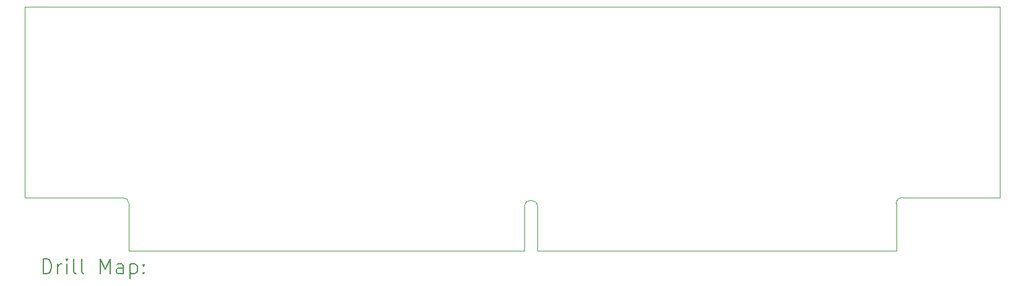
<source format=gbr>
%FSLAX45Y45*%
G04 Gerber Fmt 4.5, Leading zero omitted, Abs format (unit mm)*
G04 Created by KiCad (PCBNEW (6.0.0)) date 2022-01-26 20:38:06*
%MOMM*%
%LPD*%
G01*
G04 APERTURE LIST*
%TA.AperFunction,Profile*%
%ADD10C,0.050000*%
%TD*%
%ADD11C,0.200000*%
G04 APERTURE END LIST*
D10*
X12852400Y-11963400D02*
G75*
G03*
X12776597Y-11884715I-78740J0D01*
G01*
X24765000Y-11884660D02*
X23434152Y-11884660D01*
X18445480Y-12009120D02*
G75*
G03*
X18267680Y-12009120I-88900J0D01*
G01*
X23434152Y-11884660D02*
G75*
G03*
X23350220Y-11963400I-5031J-78740D01*
G01*
X23350220Y-12613640D02*
X23350220Y-11963400D01*
X12776597Y-11884715D02*
X11430000Y-11884715D01*
X11430000Y-9271000D02*
X24765000Y-9271000D01*
X23350220Y-12613640D02*
X18445480Y-12613640D01*
X18267680Y-12009120D02*
X18267680Y-12613640D01*
X12852400Y-12613640D02*
X12852400Y-11963400D01*
X18267680Y-12613640D02*
X12852400Y-12613640D01*
X18445480Y-12613640D02*
X18445480Y-12009120D01*
X11430000Y-11884715D02*
X11430000Y-9271000D01*
X24765000Y-9271000D02*
X24765000Y-11884660D01*
D11*
X11685119Y-12926616D02*
X11685119Y-12726616D01*
X11732738Y-12726616D01*
X11761309Y-12736140D01*
X11780357Y-12755188D01*
X11789881Y-12774235D01*
X11799405Y-12812330D01*
X11799405Y-12840902D01*
X11789881Y-12878997D01*
X11780357Y-12898045D01*
X11761309Y-12917092D01*
X11732738Y-12926616D01*
X11685119Y-12926616D01*
X11885119Y-12926616D02*
X11885119Y-12793283D01*
X11885119Y-12831378D02*
X11894643Y-12812330D01*
X11904167Y-12802807D01*
X11923214Y-12793283D01*
X11942262Y-12793283D01*
X12008928Y-12926616D02*
X12008928Y-12793283D01*
X12008928Y-12726616D02*
X11999405Y-12736140D01*
X12008928Y-12745664D01*
X12018452Y-12736140D01*
X12008928Y-12726616D01*
X12008928Y-12745664D01*
X12132738Y-12926616D02*
X12113690Y-12917092D01*
X12104167Y-12898045D01*
X12104167Y-12726616D01*
X12237500Y-12926616D02*
X12218452Y-12917092D01*
X12208928Y-12898045D01*
X12208928Y-12726616D01*
X12466071Y-12926616D02*
X12466071Y-12726616D01*
X12532738Y-12869473D01*
X12599405Y-12726616D01*
X12599405Y-12926616D01*
X12780357Y-12926616D02*
X12780357Y-12821854D01*
X12770833Y-12802807D01*
X12751786Y-12793283D01*
X12713690Y-12793283D01*
X12694643Y-12802807D01*
X12780357Y-12917092D02*
X12761309Y-12926616D01*
X12713690Y-12926616D01*
X12694643Y-12917092D01*
X12685119Y-12898045D01*
X12685119Y-12878997D01*
X12694643Y-12859949D01*
X12713690Y-12850426D01*
X12761309Y-12850426D01*
X12780357Y-12840902D01*
X12875595Y-12793283D02*
X12875595Y-12993283D01*
X12875595Y-12802807D02*
X12894643Y-12793283D01*
X12932738Y-12793283D01*
X12951786Y-12802807D01*
X12961309Y-12812330D01*
X12970833Y-12831378D01*
X12970833Y-12888521D01*
X12961309Y-12907568D01*
X12951786Y-12917092D01*
X12932738Y-12926616D01*
X12894643Y-12926616D01*
X12875595Y-12917092D01*
X13056548Y-12907568D02*
X13066071Y-12917092D01*
X13056548Y-12926616D01*
X13047024Y-12917092D01*
X13056548Y-12907568D01*
X13056548Y-12926616D01*
X13056548Y-12802807D02*
X13066071Y-12812330D01*
X13056548Y-12821854D01*
X13047024Y-12812330D01*
X13056548Y-12802807D01*
X13056548Y-12821854D01*
M02*

</source>
